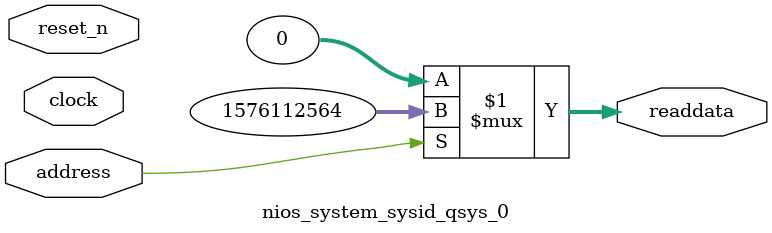
<source format=v>



// synthesis translate_off
`timescale 1ns / 1ps
// synthesis translate_on

// turn off superfluous verilog processor warnings 
// altera message_level Level1 
// altera message_off 10034 10035 10036 10037 10230 10240 10030 

module nios_system_sysid_qsys_0 (
               // inputs:
                address,
                clock,
                reset_n,

               // outputs:
                readdata
             )
;

  output  [ 31: 0] readdata;
  input            address;
  input            clock;
  input            reset_n;

  wire    [ 31: 0] readdata;
  //control_slave, which is an e_avalon_slave
  assign readdata = address ? 1576112564 : 0;

endmodule



</source>
